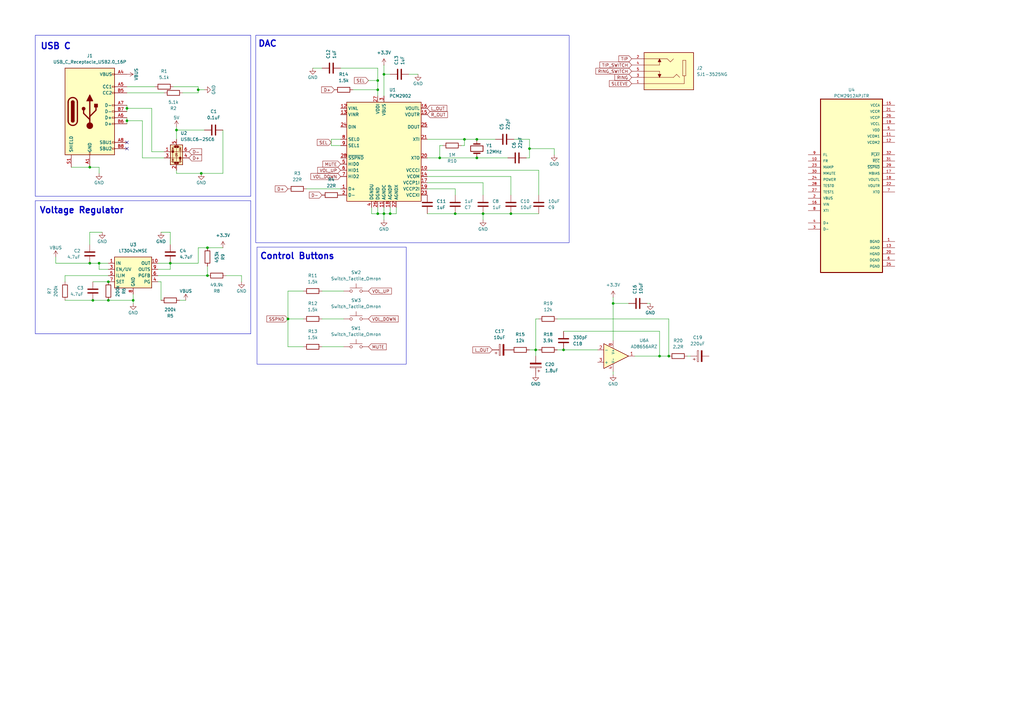
<source format=kicad_sch>
(kicad_sch (version 20250114) (generator "eeschema") (generator_version "9.0")
  (paper "A3")
  (title_block (title "LucidDAC"))
  (lib_symbols
    (symbol "Audio:PCM2902"
      (property "Reference" "U" (at -14.732 21.59 0))
      (property "Value" "PCM2902" (at 10.922 21.59 0))
      (symbol "PCM2902_0_1"
        (rectangle (start -15.24 20.32) (end 15.24 -20.32) (stroke (width 0.254)) (fill (type background)))
      )
      (symbol "PCM2902_1_1"
        (pin input line (at -17.78 17.78 0) (length 2.54) (name "VINL") (number "12"))
        (pin input line (at -17.78 15.24 0) (length 2.54) (name "VINR") (number "13"))
        (pin input line (at -17.78 10.16 0) (length 2.54) (name "DIN") (number "24"))
        (pin input line (at -17.78 5.08 0) (length 2.54) (name "SEL0") (number "8"))
        (pin input line (at -17.78 2.54 0) (length 2.54) (name "SEL1") (number "9"))
        (pin output line (at -17.78 -2.54 0) (length 2.54) (name "~{SSPND}") (number "28"))
        (pin input line (at -17.78 -5.08 0) (length 2.54) (name "HID0") (number "5"))
        (pin input line (at -17.78 -7.62 0) (length 2.54) (name "HID1") (number "6"))
        (pin input line (at -17.78 -10.16 0) (length 2.54) (name "HID2") (number "7"))
        (pin bidirectional line (at -17.78 -15.24 0) (length 2.54) (name "D+") (number "1"))
        (pin bidirectional line (at -17.78 -17.78 0) (length 2.54) (name "D-") (number "2"))
        (pin power_in line (at -5.08 -22.86 90) (length 2.54) (name "DGNDU") (number "4"))
        (pin power_out line (at -2.54 22.86 270) (length 2.54) (name "VDDI") (number "27"))
        (pin power_in line (at -2.54 -22.86 90) (length 2.54) (name "DGND") (number "26"))
        (pin power_in line (at 0 22.86 270) (length 2.54) (name "VBUS") (number "3"))
        (pin power_in line (at 0 -22.86 90) (length 2.54) (name "AGNDC") (number "11"))
        (pin power_in line (at 2.54 -22.86 90) (length 2.54) (name "AGNDP") (number "18"))
        (pin power_in line (at 5.08 -22.86 90) (length 2.54) (name "AGNDX") (number "22"))
        (pin output line (at 17.78 17.78 180) (length 2.54) (name "VOUTL") (number "16"))
        (pin output line (at 17.78 15.24 180) (length 2.54) (name "VOUTR") (number "15"))
        (pin output line (at 17.78 10.16 180) (length 2.54) (name "DOUT") (number "25"))
        (pin input line (at 17.78 5.08 180) (length 2.54) (name "XTI") (number "21"))
        (pin output line (at 17.78 -2.54 180) (length 2.54) (name "XTO") (number "20"))
        (pin passive line (at 17.78 -7.62 180) (length 2.54) (name "VCCCI") (number "10"))
        (pin passive line (at 17.78 -10.16 180) (length 2.54) (name "VCOM") (number "14"))
        (pin passive line (at 17.78 -12.7 180) (length 2.54) (name "VCCP1I") (number "17"))
        (pin passive line (at 17.78 -15.24 180) (length 2.54) (name "VCCP2I") (number "19"))
        (pin passive line (at 17.78 -17.78 180) (length 2.54) (name "VCCXI") (number "23"))
      )
    )
    (symbol "Connector:USB_C_Receptacle_USB2.0_16P" (pin_names (offset 1.016))
      (property "Reference" "J" (at 0 22.225 0))
      (property "Value" "USB_C_Receptacle_USB2.0_16P" (at 0 19.685 0))
      (symbol "USB_C_Receptacle_USB2.0_16P_0_0"
        (rectangle (start -0.254 -17.78) (end 0.254 -16.764))
        (rectangle (start 10.16 15.494) (end 9.144 14.986))
        (rectangle (start 10.16 10.414) (end 9.144 9.906))
        (rectangle (start 10.16 7.874) (end 9.144 7.366))
        (rectangle (start 10.16 2.794) (end 9.144 2.286))
        (rectangle (start 10.16 0.254) (end 9.144 -0.254))
        (rectangle (start 10.16 -2.286) (end 9.144 -2.794))
        (rectangle (start 10.16 -4.826) (end 9.144 -5.334))
        (rectangle (start 10.16 -12.446) (end 9.144 -12.954))
        (rectangle (start 10.16 -14.986) (end 9.144 -15.494))
      )
      (symbol "USB_C_Receptacle_USB2.0_16P_0_1"
        (rectangle (start -10.16 17.78) (end 10.16 -17.78) (stroke (width 0.254)) (fill (type background)))
        (polyline (pts (xy -8.89 -3.81) (xy -8.89 3.81)) (stroke (width 0.508)))
        (rectangle (start -7.62 -3.81) (end -6.35 3.81) (stroke (width 0.254)) (fill (type outline)))
        (arc (start -7.62 3.81) (mid -6.985 4.4423) (end -6.35 3.81) (stroke (width 0.254)))
        (arc (start -7.62 3.81) (mid -6.985 4.4423) (end -6.35 3.81) (stroke (width 0.254)) (fill (type outline)))
        (arc (start -8.89 3.81) (mid -6.985 5.7067) (end -5.08 3.81) (stroke (width 0.508)))
        (arc (start -5.08 -3.81) (mid -6.985 -5.7067) (end -8.89 -3.81) (stroke (width 0.508)))
        (arc (start -6.35 -3.81) (mid -6.985 -4.4423) (end -7.62 -3.81) (stroke (width 0.254)))
        (arc (start -6.35 -3.81) (mid -6.985 -4.4423) (end -7.62 -3.81) (stroke (width 0.254)) (fill (type outline)))
        (polyline (pts (xy -5.08 3.81) (xy -5.08 -3.81)) (stroke (width 0.508)))
        (circle (center -2.54 1.143) (radius 0.635) (stroke (width 0.254)) (fill (type outline)))
        (polyline (pts (xy -1.27 4.318) (xy 0 6.858) (xy 1.27 4.318) (xy -1.27 4.318)) (stroke (width 0.254)) (fill (type outline)))
        (polyline (pts (xy 0 -2.032) (xy 2.54 0.508) (xy 2.54 1.778)) (stroke (width 0.508)))
        (polyline (pts (xy 0 -3.302) (xy -2.54 -0.762) (xy -2.54 0.508)) (stroke (width 0.508)))
        (polyline (pts (xy 0 -5.842) (xy 0 4.318)) (stroke (width 0.508)))
        (circle (center 0 -5.842) (radius 1.27) (fill (type outline)))
        (rectangle (start 1.905 1.778) (end 3.175 3.048) (stroke (width 0.254)) (fill (type outline)))
      )
      (symbol "USB_C_Receptacle_USB2.0_16P_1_1"
        (pin passive line (at -7.62 -22.86 90) (length 5.08) (name "SHIELD") (number "S1"))
        (pin passive line (at 0 -22.86 90) (length 5.08) (name "GND") (number "A1"))
        (pin passive line (at 0 -22.86 90) (length 5.08) (hide yes) (name "GND") (number "A12"))
        (pin passive line (at 0 -22.86 90) (length 5.08) (hide yes) (name "GND") (number "B1"))
        (pin passive line (at 0 -22.86 90) (length 5.08) (hide yes) (name "GND") (number "B12"))
        (pin passive line (at 15.24 15.24 180) (length 5.08) (name "VBUS") (number "A4"))
        (pin passive line (at 15.24 15.24 180) (length 5.08) (hide yes) (name "VBUS") (number "A9"))
        (pin passive line (at 15.24 15.24 180) (length 5.08) (hide yes) (name "VBUS") (number "B4"))
        (pin passive line (at 15.24 15.24 180) (length 5.08) (hide yes) (name "VBUS") (number "B9"))
        (pin bidirectional line (at 15.24 10.16 180) (length 5.08) (name "CC1") (number "A5"))
        (pin bidirectional line (at 15.24 7.62 180) (length 5.08) (name "CC2") (number "B5"))
        (pin bidirectional line (at 15.24 2.54 180) (length 5.08) (name "D-") (number "A7"))
        (pin bidirectional line (at 15.24 0 180) (length 5.08) (name "D-") (number "B7"))
        (pin bidirectional line (at 15.24 -2.54 180) (length 5.08) (name "D+") (number "A6"))
        (pin bidirectional line (at 15.24 -5.08 180) (length 5.08) (name "D+") (number "B6"))
        (pin bidirectional line (at 15.24 -12.7 180) (length 5.08) (name "SBU1") (number "A8"))
        (pin bidirectional line (at 15.24 -15.24 180) (length 5.08) (name "SBU2") (number "B8"))
      )
    )
    (symbol "Device:C" (pin_numbers (hide yes)) (pin_names (offset 0.254))
      (property "Reference" "C" (at 0.635 2.54 0))
      (property "Value" "C" (at 0.635 -2.54 0))
      (symbol "C_0_1"
        (polyline (pts (xy -2.032 0.762) (xy 2.032 0.762)) (stroke (width 0.508)))
        (polyline (pts (xy -2.032 -0.762) (xy 2.032 -0.762)) (stroke (width 0.508)))
      )
      (symbol "C_1_1"
        (pin passive line (at 0 3.81 270) (length 2.794) (name "~") (number "1"))
        (pin passive line (at 0 -3.81 90) (length 2.794) (name "~") (number "2"))
      )
    )
    (symbol "Device:C_Polarized" (pin_numbers (hide yes)) (pin_names (offset 0.254))
      (property "Reference" "C" (at 0.635 2.54 0))
      (property "Value" "C_Polarized" (at 0.635 -2.54 0))
      (symbol "C_Polarized_0_1"
        (rectangle (start -2.286 0.508) (end 2.286 1.016))
        (polyline (pts (xy -1.778 2.286) (xy -0.762 2.286)))
        (polyline (pts (xy -1.27 2.794) (xy -1.27 1.778)))
        (rectangle (start 2.286 -0.508) (end -2.286 -1.016) (fill (type outline)))
      )
      (symbol "C_Polarized_1_1"
        (pin passive line (at 0 3.81 270) (length 2.794) (name "~") (number "1"))
        (pin passive line (at 0 -3.81 90) (length 2.794) (name "~") (number "2"))
      )
    )
    (symbol "Device:Crystal" (pin_numbers (hide yes)) (pin_names (offset 1.016) (hide yes))
      (property "Reference" "Y" (at 0 3.81 0))
      (property "Value" "Crystal" (at 0 -3.81 0))
      (symbol "Crystal_0_1"
        (polyline (pts (xy -2.54 0) (xy -1.905 0)))
        (polyline (pts (xy -1.905 -1.27) (xy -1.905 1.27)) (stroke (width 0.508)))
        (rectangle (start -1.143 2.54) (end 1.143 -2.54) (stroke (width 0.3048)))
        (polyline (pts (xy 1.905 -1.27) (xy 1.905 1.27)) (stroke (width 0.508)))
        (polyline (pts (xy 2.54 0) (xy 1.905 0)))
      )
      (symbol "Crystal_1_1"
        (pin passive line (at -3.81 0 0) (length 1.27) (name "1") (number "1"))
        (pin passive line (at 3.81 0 180) (length 1.27) (name "2") (number "2"))
      )
    )
    (symbol "Device:R" (pin_numbers (hide yes)) (pin_names (offset 0))
      (property "Reference" "R" (at 2.032 0 90))
      (property "Value" "R" (at 0 0 90))
      (symbol "R_0_1"
        (rectangle (start -1.016 -2.54) (end 1.016 2.54) (stroke (width 0.254)))
      )
      (symbol "R_1_1"
        (pin passive line (at 0 3.81 270) (length 1.27) (name "~") (number "1"))
        (pin passive line (at 0 -3.81 90) (length 1.27) (name "~") (number "2"))
      )
    )
    (symbol "PCM2912APJTR:PCM2912APJTR" (pin_names (offset 1.016))
      (property "Reference" "U" (at -12.7 36.56 0))
      (property "Value" "PCM2912APJTR" (at -12.7 -39.56 0))
      (symbol "PCM2912APJTR_0_0"
        (rectangle (start -12.7 -35.56) (end 12.7 35.56) (stroke (width 0.41)) (fill (type background)))
        (pin input line (at -17.78 12.7 0) (length 5.08) (name "FL") (number "9"))
        (pin input line (at -17.78 10.16 0) (length 5.08) (name "FR") (number "10"))
        (pin input line (at -17.78 7.62 0) (length 5.08) (name "MAMP") (number "23"))
        (pin input line (at -17.78 5.08 0) (length 5.08) (name "MMUTE") (number "30"))
        (pin input line (at -17.78 2.54 0) (length 5.08) (name "POWER") (number "24"))
        (pin input line (at -17.78 0 0) (length 5.08) (name "TEST0") (number "28"))
        (pin input line (at -17.78 -2.54 0) (length 5.08) (name "TEST1") (number "27"))
        (pin input line (at -17.78 -5.08 0) (length 5.08) (name "VBUS") (number "2"))
        (pin input line (at -17.78 -7.62 0) (length 5.08) (name "VIN") (number "16"))
        (pin input line (at -17.78 -10.16 0) (length 5.08) (name "XTI") (number "8"))
        (pin bidirectional line (at -17.78 -15.24 0) (length 5.08) (name "D+") (number "4"))
        (pin bidirectional line (at -17.78 -17.78 0) (length 5.08) (name "D-") (number "3"))
        (pin power_in line (at 17.78 33.02 180) (length 5.08) (name "VCCA") (number "15"))
        (pin power_in line (at 17.78 30.48 180) (length 5.08) (name "VCCR") (number "21"))
        (pin power_in line (at 17.78 27.94 180) (length 5.08) (name "VCCP") (number "26"))
        (pin power_in line (at 17.78 25.4 180) (length 5.08) (name "VCCL") (number "19"))
        (pin power_in line (at 17.78 22.86 180) (length 5.08) (name "VDD") (number "5"))
        (pin power_in line (at 17.78 20.32 180) (length 5.08) (name "VCOM1") (number "11"))
        (pin power_in line (at 17.78 17.78 180) (length 5.08) (name "VCOM2") (number "12"))
        (pin output line (at 17.78 12.7 180) (length 5.08) (name "~{PLAY}") (number "32"))
        (pin output line (at 17.78 10.16 180) (length 5.08) (name "~{REC}") (number "31"))
        (pin output line (at 17.78 7.62 180) (length 5.08) (name "~{SSPND}") (number "29"))
        (pin output line (at 17.78 5.08 180) (length 5.08) (name "MBIAS") (number "17"))
        (pin output line (at 17.78 2.54 180) (length 5.08) (name "VOUTL") (number "18"))
        (pin output line (at 17.78 0 180) (length 5.08) (name "VOUTR") (number "22"))
        (pin output line (at 17.78 -2.54 180) (length 5.08) (name "XTO") (number "7"))
        (pin power_in line (at 17.78 -22.86 180) (length 5.08) (name "BGND") (number "1"))
        (pin power_in line (at 17.78 -25.4 180) (length 5.08) (name "AGND") (number "13"))
        (pin power_in line (at 17.78 -27.94 180) (length 5.08) (name "HGND") (number "20"))
        (pin power_in line (at 17.78 -30.48 180) (length 5.08) (name "DGND") (number "6"))
        (pin power_in line (at 17.78 -33.02 180) (length 5.08) (name "PGND") (number "25"))
      )
    )
    (symbol "PCM_Amplifier_Operational_AKL:AD8656ARZ" (pin_names (offset 0.2))
      (property "Reference" "U" (at 1.27 7.62 0))
      (property "Value" "AD8656ARZ" (at 1.27 5.08 0))
      (symbol "AD8656ARZ_0_1"
        (polyline (pts (xy -3.81 5.08) (xy -3.81 -5.08) (xy 6.35 0) (xy -3.81 5.08)) (stroke (width 0.254)) (fill (type background)))
      )
      (symbol "AD8656ARZ_1_1"
        (pin input line (at -6.35 2.54 0) (length 2.54) (name "-") (number "2"))
        (pin input line (at -6.35 -2.54 0) (length 2.54) (name "+") (number "3"))
        (pin power_in line (at 0 6.35 270) (length 3.18) (name "V+") (number "8"))
        (pin power_in line (at 0 -6.35 90) (length 3.18) (name "V-") (number "4"))
        (pin output line (at 8.89 0 180) (length 2.54) (name "~") (number "1"))
      )
      (symbol "AD8656ARZ_2_1"
        (pin input line (at -6.35 2.54 0) (length 2.54) (name "-") (number "6"))
        (pin input line (at -6.35 -2.54 0) (length 2.54) (name "+") (number "5"))
        (pin output line (at 8.89 0 180) (length 2.54) (name "~") (number "7"))
      )
    )
    (symbol "PCM_SparkFun-PowerSymbol:5V" (power) (pin_names (offset 0))
      (property "Value" "5V" (at 0 3.81 0))
      (symbol "5V_0_1"
        (polyline (pts (xy -0.762 1.27) (xy 0 2.54)))
        (polyline (pts (xy 0 2.54) (xy 0.762 1.27)))
        (polyline (pts (xy 0 0) (xy 0 2.54)))
      )
      (symbol "5V_1_1"
        (pin power_in line (at 0 0 90) (length 0) (hide yes) (name "5V") (number "1"))
      )
    )
    (symbol "PCM_SparkFun-PowerSymbol:GND" (power) (pin_names (offset 0))
      (property "Value" "GND" (at 0 -3.81 0))
      (symbol "GND_0_1"
        (polyline (pts (xy 0 0) (xy 0 -1.27) (xy 1.27 -1.27) (xy 0 -2.54) (xy -1.27 -1.27) (xy 0 -1.27)))
      )
      (symbol "GND_1_1"
        (pin power_in line (at 0 0 270) (length 0) (hide yes) (name "GND") (number "1"))
      )
    )
    (symbol "PCM_SparkFun-PowerSymbol:VBUS" (power) (pin_names (offset 0))
      (property "Value" "VBUS" (at 0 3.81 0))
      (symbol "VBUS_0_1"
        (polyline (pts (xy -0.762 1.27) (xy 0 2.54)))
        (polyline (pts (xy 0 2.54) (xy 0.762 1.27)))
        (polyline (pts (xy 0 0) (xy 0 2.54)))
      )
      (symbol "VBUS_1_1"
        (pin power_in line (at 0 0 90) (length 0) (hide yes) (name "VBUS") (number "1"))
      )
    )
    (symbol "PCM_fab:Switch_Tactile_Omron" (pin_numbers (hide yes)) (pin_names (offset 1.016) (hide yes))
      (property "Reference" "SW" (at 1.27 2.54 0))
      (property "Value" "Switch_Tactile_Omron" (at 0 -1.524 0))
      (symbol "Switch_Tactile_Omron_0_1"
        (circle (center -2.032 0) (radius 0.508))
        (polyline (pts (xy 0 1.27) (xy 0 3.048)))
        (circle (center 2.032 0) (radius 0.508))
        (polyline (pts (xy 2.54 1.27) (xy -2.54 1.27)))
        (pin passive line (at -5.08 0 0) (length 2.54) (name "1") (number "1"))
        (pin passive line (at 5.08 0 180) (length 2.54) (name "2") (number "2"))
      )
    )
    (symbol "Power_Protection:USBLC6-2SC6" (pin_names (hide yes))
      (property "Reference" "U" (at 0.635 5.715 0))
      (property "Value" "USBLC6-2SC6" (at 0.635 3.81 0))
      (symbol "USBLC6-2SC6_0_0"
        (circle (center -1.524 0) (radius 0.0001) (stroke (width 0.508)))
        (circle (center -0.508 2.032) (radius 0.0001) (stroke (width 0.508)))
        (circle (center -0.508 -4.572) (radius 0.0001) (stroke (width 0.508)))
        (circle (center 0.508 2.032) (radius 0.0001) (stroke (width 0.508)))
        (circle (center 0.508 -4.572) (radius 0.0001) (stroke (width 0.508)))
        (circle (center 1.524 -2.54) (radius 0.0001) (stroke (width 0.508)))
      )
      (symbol "USBLC6-2SC6_0_1"
        (polyline (pts (xy -2.54 0) (xy 2.54 0)))
        (polyline (pts (xy -2.54 -2.54) (xy 2.54 -2.54)))
        (polyline (pts (xy -2.032 0.508) (xy -1.016 0.508) (xy -1.524 1.524) (xy -2.032 0.508)))
        (polyline (pts (xy -2.032 -3.048) (xy -1.016 -3.048)))
        (polyline (pts (xy -1.016 1.524) (xy -2.032 1.524)))
        (polyline (pts (xy -1.016 -4.064) (xy -2.032 -4.064) (xy -1.524 -3.048) (xy -1.016 -4.064)))
        (polyline (pts (xy -0.508 -1.143) (xy -0.508 -0.762) (xy 0.508 -0.762)))
        (polyline (pts (xy 0 2.54) (xy -0.508 2.032) (xy 0.508 2.032) (xy 0 1.524) (xy 0 -4.064) (xy -0.508 -4.572) (xy 0.508 -4.572) (xy 0 -5.08)))
        (polyline (pts (xy 0.508 -1.778) (xy -0.508 -1.778) (xy 0 -0.762) (xy 0.508 -1.778)))
        (polyline (pts (xy 1.016 1.524) (xy 2.032 1.524)))
        (polyline (pts (xy 1.016 -3.048) (xy 2.032 -3.048)))
        (polyline (pts (xy 2.032 0.508) (xy 1.016 0.508) (xy 1.524 1.524) (xy 2.032 0.508)))
        (polyline (pts (xy 2.032 -4.064) (xy 1.016 -4.064) (xy 1.524 -3.048) (xy 2.032 -4.064)))
      )
      (symbol "USBLC6-2SC6_1_1"
        (rectangle (start -2.54 2.794) (end 2.54 -5.334) (stroke (width 0.254)) (fill (type background)))
        (polyline (pts (xy -0.508 2.032) (xy -1.524 2.032) (xy -1.524 -4.572) (xy -0.508 -4.572)))
        (polyline (pts (xy 0.508 -4.572) (xy 1.524 -4.572) (xy 1.524 2.032) (xy 0.508 2.032)))
        (pin passive line (at -5.08 0 0) (length 2.54) (name "I/O1") (number "1"))
        (pin passive line (at -5.08 -2.54 0) (length 2.54) (name "I/O2") (number "3"))
        (pin passive line (at 0 5.08 270) (length 2.54) (name "VBUS") (number "5"))
        (pin passive line (at 0 -7.62 90) (length 2.54) (name "GND") (number "2"))
        (pin passive line (at 5.08 0 180) (length 2.54) (name "I/O1") (number "6"))
        (pin passive line (at 5.08 -2.54 180) (length 2.54) (name "I/O2") (number "4"))
      )
    )
    (symbol "Regulator_Linear:LT3042xMSE"
      (property "Reference" "U" (at -6.35 6.35 0))
      (property "Value" "LT3042xMSE" (at 1.27 6.35 0))
      (symbol "LT3042xMSE_0_1"
        (rectangle (start -7.62 5.08) (end 7.62 -7.62) (stroke (width 0.254)) (fill (type background)))
      )
      (symbol "LT3042xMSE_1_1"
        (pin power_in line (at -10.16 2.54 0) (length 2.54) (name "IN") (number "1"))
        (pin passive line (at -10.16 2.54 0) (length 2.54) (hide yes) (name "IN") (number "2"))
        (pin input line (at -10.16 0 0) (length 2.54) (name "EN/UV") (number "3"))
        (pin passive line (at -10.16 -2.54 0) (length 2.54) (name "ILIM") (number "5"))
        (pin passive line (at -10.16 -5.08 0) (length 2.54) (name "SET") (number "7"))
        (pin passive line (at 0 -10.16 90) (length 2.54) (hide yes) (name "GND") (number "11"))
        (pin power_in line (at 0 -10.16 90) (length 2.54) (name "GND") (number "8"))
        (pin power_out line (at 10.16 2.54 180) (length 2.54) (name "OUT") (number "10"))
        (pin input line (at 10.16 0 180) (length 2.54) (name "OUTS") (number "9"))
        (pin input line (at 10.16 -2.54 180) (length 2.54) (name "PGFB") (number "6"))
        (pin open_collector line (at 10.16 -5.08 180) (length 2.54) (name "PG") (number "4"))
      )
    )
    (symbol "SJ1-3525NG:SJ1-3525NG" (pin_names (offset 1.016))
      (property "Reference" "J" (at -10.1785 10.1785 0))
      (property "Value" "SJ1-3525NG" (at -10.1717 -12.7146 0))
      (symbol "SJ1-3525NG_0_0"
        (rectangle (start -10.16 -7.62) (end 10.16 7.62) (stroke (width 0.254)) (fill (type background)))
        (polyline (pts (xy -6.985 1.905) (xy -6.35 1.905)) (stroke (width 0.1524)))
        (polyline (pts (xy -6.985 -4.445) (xy -6.985 1.905)) (stroke (width 0.1524)))
        (polyline (pts (xy -6.35 5.08) (xy -6.35 1.905)) (stroke (width 0.1524)))
        (polyline (pts (xy -6.35 1.905) (xy -5.715 1.905)) (stroke (width 0.1524)))
        (polyline (pts (xy -5.715 1.905) (xy -5.715 -4.445)) (stroke (width 0.1524)))
        (polyline (pts (xy -5.715 -4.445) (xy -6.985 -4.445)) (stroke (width 0.1524)))
        (polyline (pts (xy -3.175 1.27) (xy -4.445 2.54)) (stroke (width 0.1524)))
        (polyline (pts (xy -1.905 2.54) (xy -3.175 1.27)) (stroke (width 0.1524)))
        (polyline (pts (xy -0.635 -3.81) (xy -1.905 -5.08)) (stroke (width 0.1524)))
        (polyline (pts (xy 0.635 -5.08) (xy -0.635 -3.81)) (stroke (width 0.1524)))
        (polyline (pts (xy 3.81 2.54) (xy -1.905 2.54)) (stroke (width 0.1524)))
        (polyline (pts (xy 3.81 2.54) (xy 3.81 0)) (stroke (width 0.1524)))
        (polyline (pts (xy 3.81 2.54) (xy 4.445 1.27) (xy 3.175 1.27) (xy 3.81 2.54)) (stroke (width 0.1524)) (fill (type outline)))
        (polyline (pts (xy 3.81 -2.54) (xy 3.81 -5.08)) (stroke (width 0.1524)))
        (polyline (pts (xy 3.81 -5.08) (xy 0.635 -5.08)) (stroke (width 0.1524)))
        (polyline (pts (xy 3.81 -5.08) (xy 3.175 -3.81) (xy 4.445 -3.81) (xy 3.81 -5.08)) (stroke (width 0.1524)) (fill (type outline)))
        (polyline (pts (xy 10.16 5.08) (xy -6.35 5.08)) (stroke (width 0.1524)))
        (polyline (pts (xy 10.16 2.54) (xy 3.81 2.54)) (stroke (width 0.1524)))
        (polyline (pts (xy 10.16 0) (xy 3.81 0)) (stroke (width 0.1524)))
        (polyline (pts (xy 10.16 -2.54) (xy 3.81 -2.54)) (stroke (width 0.1524)))
        (polyline (pts (xy 10.16 -5.08) (xy 3.81 -5.08)) (stroke (width 0.1524)))
        (pin passive line (at 15.24 5.08 180) (length 5.08) (name "~") (number "1"))
        (pin passive line (at 15.24 2.54 180) (length 5.08) (name "~") (number "3"))
        (pin passive line (at 15.24 0 180) (length 5.08) (name "~") (number "5"))
        (pin passive line (at 15.24 -2.54 180) (length 5.08) (name "~") (number "4"))
        (pin passive line (at 15.24 -5.08 180) (length 5.08) (name "~") (number "2"))
      )
    )
    (symbol "power:+3.3V" (power) (pin_numbers (hide yes)) (pin_names (offset 0) (hide yes))
      (property "Value" "+3.3V" (at 0 3.556 0))
      (symbol "+3.3V_0_1"
        (polyline (pts (xy -0.762 1.27) (xy 0 2.54)))
        (polyline (pts (xy 0 2.54) (xy 0.762 1.27)))
        (polyline (pts (xy 0 0) (xy 0 2.54)))
      )
      (symbol "+3.3V_1_1"
        (pin power_in line (at 0 0 90) (length 0) (name "~") (number "1"))
      )
    )
  )
  (rectangle (start 14.478 82.296) (end 102.87 136.906))
  (rectangle (start 104.902 14.478) (end 233.426 99.568))
  (rectangle (start 105.41 101.346) (end 166.624 149.352))
  (rectangle (start 14.478 14.478) (end 102.87 80.518))
  (text "Control Buttons" (at 121.92 105.156 0) (effects (font (size 2.54 2.54) (thickness 0.508) (bold yes))))
  (text "DAC" (at 109.728 18.034 0) (effects (font (size 2.54 2.54) (thickness 0.508) (bold yes))))
  (text "USB C" (at 22.86 19.05 0) (effects (font (size 2.54 2.54) (thickness 0.508) (bold yes))))
  (text "Voltage Regulator" (at 33.528 86.36 0) (effects (font (size 2.54 2.54) (thickness 0.508) (bold yes))))
  (junction (at 195.58 57.15))
  (junction (at 231.14 143.51))
  (junction (at 274.32 146.05))
  (junction (at 52.07 44.45))
  (junction (at 198.12 87.63))
  (junction (at 69.85 107.95))
  (junction (at 160.02 87.63))
  (junction (at 38.1 123.19))
  (junction (at 36.83 107.95))
  (junction (at 217.17 60.96))
  (junction (at 44.45 123.19))
  (junction (at 81.28 36.83))
  (junction (at 54.61 123.19))
  (junction (at 36.83 68.58))
  (junction (at 85.09 101.6))
  (junction (at 40.64 107.95))
  (junction (at 195.58 64.77))
  (junction (at 85.09 113.03))
  (junction (at 251.46 124.46))
  (junction (at 219.71 143.51))
  (junction (at 157.48 30.48))
  (junction (at 180.34 64.77))
  (junction (at 186.69 87.63))
  (junction (at 118.11 130.81))
  (junction (at 154.94 87.63))
  (junction (at 190.5 57.15))
  (junction (at 270.51 146.05))
  (junction (at 209.55 87.63))
  (junction (at 44.45 115.57))
  (junction (at 72.39 53.34))
  (junction (at 157.48 87.63))
  (junction (at 82.55 71.12))
  (junction (at 154.94 36.83))
  (junction (at 52.07 49.53))
  (junction (at 154.94 33.02))
  (no_connect (at 52.07 60.96))
  (no_connect (at 52.07 58.42))
  (wire (pts (xy 44.45 123.19) (xy 54.61 123.19)))
  (wire (pts (xy 81.28 36.83) (xy 81.28 35.56)))
  (wire (pts (xy 64.77 110.49) (xy 69.85 110.49)))
  (wire (pts (xy 139.7 59.69) (xy 135.89 59.69)))
  (wire (pts (xy 162.56 85.09) (xy 162.56 87.63)))
  (wire (pts (xy 220.98 80.01) (xy 220.98 69.85)))
  (wire (pts (xy 36.83 68.58) (xy 40.64 68.58)))
  (wire (pts (xy 198.12 74.93) (xy 175.26 74.93)))
  (wire (pts (xy 99.06 115.57) (xy 99.06 113.03)))
  (wire (pts (xy 209.55 87.63) (xy 220.98 87.63)))
  (wire (pts (xy 72.39 71.12) (xy 72.39 69.85)))
  (wire (pts (xy 152.4 85.09) (xy 152.4 87.63)))
  (wire (pts (xy 72.39 52.07) (xy 72.39 53.34)))
  (wire (pts (xy 135.89 59.69) (xy 135.89 57.15)))
  (wire (pts (xy 118.11 130.81) (xy 118.11 119.38)))
  (wire (pts (xy 180.34 64.77) (xy 180.34 59.69)))
  (wire (pts (xy 260.35 146.05) (xy 270.51 146.05)))
  (wire (pts (xy 72.39 53.34) (xy 83.82 53.34)))
  (wire (pts (xy 180.34 59.69) (xy 181.61 59.69)))
  (wire (pts (xy 40.64 68.58) (xy 40.64 71.12)))
  (wire (pts (xy 38.1 123.19) (xy 44.45 123.19)))
  (wire (pts (xy 40.64 107.95) (xy 44.45 107.95)))
  (wire (pts (xy 132.08 142.24) (xy 140.97 142.24)))
  (wire (pts (xy 227.33 60.96) (xy 217.17 60.96)))
  (wire (pts (xy 151.13 33.02) (xy 154.94 33.02)))
  (wire (pts (xy 69.85 95.25) (xy 66.04 95.25)))
  (wire (pts (xy 157.48 90.17) (xy 157.48 87.63)))
  (wire (pts (xy 215.9 64.77) (xy 217.17 64.77)))
  (wire (pts (xy 154.94 33.02) (xy 154.94 36.83)))
  (wire (pts (xy 64.77 107.95) (xy 69.85 107.95)))
  (wire (pts (xy 52.07 48.26) (xy 52.07 49.53)))
  (wire (pts (xy 162.56 87.63) (xy 160.02 87.63)))
  (wire (pts (xy 99.06 113.03) (xy 92.71 113.03)))
  (wire (pts (xy 64.77 113.03) (xy 85.09 113.03)))
  (wire (pts (xy 251.46 124.46) (xy 257.81 124.46)))
  (wire (pts (xy 118.11 142.24) (xy 124.46 142.24)))
  (wire (pts (xy 217.17 64.77) (xy 217.17 60.96)))
  (wire (pts (xy 52.07 43.18) (xy 52.07 44.45)))
  (wire (pts (xy 132.08 119.38) (xy 140.97 119.38)))
  (wire (pts (xy 139.7 27.94) (xy 154.94 27.94)))
  (wire (pts (xy 231.14 143.51) (xy 245.11 143.51)))
  (wire (pts (xy 157.48 85.09) (xy 157.48 87.63)))
  (wire (pts (xy 160.02 85.09) (xy 160.02 87.63)))
  (wire (pts (xy 62.23 62.23) (xy 67.31 62.23)))
  (wire (pts (xy 198.12 90.17) (xy 198.12 87.63)))
  (wire (pts (xy 83.82 36.83) (xy 81.28 36.83)))
  (wire (pts (xy 44.45 115.57) (xy 38.1 115.57)))
  (wire (pts (xy 132.08 130.81) (xy 140.97 130.81)))
  (wire (pts (xy 81.28 101.6) (xy 81.28 107.95)))
  (wire (pts (xy 44.45 110.49) (xy 40.64 110.49)))
  (wire (pts (xy 157.48 30.48) (xy 157.48 39.37)))
  (wire (pts (xy 274.32 130.81) (xy 274.32 146.05)))
  (wire (pts (xy 186.69 80.01) (xy 186.69 77.47)))
  (wire (pts (xy 251.46 153.67) (xy 251.46 152.4)))
  (wire (pts (xy 251.46 139.7) (xy 251.46 124.46)))
  (wire (pts (xy 118.11 130.81) (xy 124.46 130.81)))
  (wire (pts (xy 219.71 130.81) (xy 219.71 143.51)))
  (wire (pts (xy 26.67 115.57) (xy 26.67 113.03)))
  (wire (pts (xy 81.28 101.6) (xy 85.09 101.6)))
  (wire (pts (xy 66.04 115.57) (xy 64.77 115.57)))
  (wire (pts (xy 190.5 59.69) (xy 189.23 59.69)))
  (wire (pts (xy 175.26 87.63) (xy 186.69 87.63)))
  (wire (pts (xy 152.4 87.63) (xy 154.94 87.63)))
  (wire (pts (xy 66.04 115.57) (xy 66.04 123.19)))
  (wire (pts (xy 154.94 27.94) (xy 154.94 33.02)))
  (wire (pts (xy 125.73 77.47) (xy 139.7 77.47)))
  (wire (pts (xy 217.17 57.15) (xy 210.82 57.15)))
  (wire (pts (xy 157.48 26.67) (xy 157.48 30.48)))
  (wire (pts (xy 219.71 130.81) (xy 220.98 130.81)))
  (wire (pts (xy 62.23 44.45) (xy 52.07 44.45)))
  (wire (pts (xy 227.33 60.96) (xy 227.33 63.5)))
  (wire (pts (xy 29.21 68.58) (xy 36.83 68.58)))
  (wire (pts (xy 36.83 95.25) (xy 41.91 95.25)))
  (wire (pts (xy 71.12 35.56) (xy 81.28 35.56)))
  (wire (pts (xy 283.21 146.05) (xy 281.94 146.05)))
  (wire (pts (xy 186.69 87.63) (xy 198.12 87.63)))
  (wire (pts (xy 132.08 27.94) (xy 128.27 27.94)))
  (wire (pts (xy 72.39 53.34) (xy 72.39 57.15)))
  (wire (pts (xy 91.44 101.6) (xy 85.09 101.6)))
  (wire (pts (xy 85.09 109.22) (xy 85.09 113.03)))
  (wire (pts (xy 62.23 44.45) (xy 62.23 62.23)))
  (wire (pts (xy 58.42 64.77) (xy 67.31 64.77)))
  (wire (pts (xy 63.5 35.56) (xy 52.07 35.56)))
  (wire (pts (xy 175.26 57.15) (xy 190.5 57.15)))
  (wire (pts (xy 270.51 135.89) (xy 270.51 146.05)))
  (wire (pts (xy 180.34 64.77) (xy 195.58 64.77)))
  (wire (pts (xy 231.14 135.89) (xy 270.51 135.89)))
  (wire (pts (xy 266.7 124.46) (xy 265.43 124.46)))
  (wire (pts (xy 219.71 143.51) (xy 220.98 143.51)))
  (wire (pts (xy 195.58 64.77) (xy 208.28 64.77)))
  (wire (pts (xy 40.64 110.49) (xy 40.64 107.95)))
  (wire (pts (xy 54.61 123.19) (xy 54.61 120.65)))
  (wire (pts (xy 81.28 38.1) (xy 81.28 36.83)))
  (wire (pts (xy 217.17 143.51) (xy 219.71 143.51)))
  (wire (pts (xy 91.44 71.12) (xy 82.55 71.12)))
  (wire (pts (xy 167.64 30.48) (xy 171.45 30.48)))
  (wire (pts (xy 209.55 80.01) (xy 209.55 72.39)))
  (wire (pts (xy 118.11 130.81) (xy 118.11 142.24)))
  (wire (pts (xy 26.67 113.03) (xy 44.45 113.03)))
  (wire (pts (xy 69.85 100.33) (xy 69.85 95.25)))
  (wire (pts (xy 52.07 49.53) (xy 58.42 49.53)))
  (wire (pts (xy 217.17 60.96) (xy 217.17 57.15)))
  (wire (pts (xy 81.28 107.95) (xy 69.85 107.95)))
  (wire (pts (xy 195.58 57.15) (xy 203.2 57.15)))
  (wire (pts (xy 228.6 143.51) (xy 231.14 143.51)))
  (wire (pts (xy 22.86 107.95) (xy 36.83 107.95)))
  (wire (pts (xy 118.11 119.38) (xy 124.46 119.38)))
  (wire (pts (xy 154.94 85.09) (xy 154.94 87.63)))
  (wire (pts (xy 198.12 87.63) (xy 209.55 87.63)))
  (wire (pts (xy 160.02 30.48) (xy 157.48 30.48)))
  (wire (pts (xy 135.89 57.15) (xy 139.7 57.15)))
  (wire (pts (xy 175.26 64.77) (xy 180.34 64.77)))
  (wire (pts (xy 219.71 146.05) (xy 219.71 143.51)))
  (wire (pts (xy 154.94 87.63) (xy 157.48 87.63)))
  (wire (pts (xy 36.83 100.33) (xy 36.83 95.25)))
  (wire (pts (xy 26.67 123.19) (xy 38.1 123.19)))
  (wire (pts (xy 54.61 124.46) (xy 54.61 123.19)))
  (wire (pts (xy 69.85 107.95) (xy 69.85 110.49)))
  (wire (pts (xy 82.55 71.12) (xy 72.39 71.12)))
  (wire (pts (xy 58.42 49.53) (xy 58.42 64.77)))
  (wire (pts (xy 67.31 38.1) (xy 52.07 38.1)))
  (wire (pts (xy 270.51 146.05) (xy 274.32 146.05)))
  (wire (pts (xy 251.46 121.92) (xy 251.46 124.46)))
  (wire (pts (xy 36.83 107.95) (xy 40.64 107.95)))
  (wire (pts (xy 198.12 80.01) (xy 198.12 74.93)))
  (wire (pts (xy 74.93 38.1) (xy 81.28 38.1)))
  (wire (pts (xy 91.44 53.34) (xy 91.44 71.12)))
  (wire (pts (xy 209.55 72.39) (xy 175.26 72.39)))
  (wire (pts (xy 157.48 87.63) (xy 160.02 87.63)))
  (wire (pts (xy 190.5 57.15) (xy 195.58 57.15)))
  (wire (pts (xy 52.07 49.53) (xy 52.07 50.8)))
  (wire (pts (xy 154.94 36.83) (xy 154.94 39.37)))
  (wire (pts (xy 144.78 36.83) (xy 154.94 36.83)))
  (wire (pts (xy 228.6 130.81) (xy 274.32 130.81)))
  (wire (pts (xy 52.07 44.45) (xy 52.07 45.72)))
  (wire (pts (xy 190.5 57.15) (xy 190.5 59.69)))
  (wire (pts (xy 220.98 69.85) (xy 175.26 69.85)))
  (wire (pts (xy 186.69 77.47) (xy 175.26 77.47)))
  (wire (pts (xy 22.86 105.41) (xy 22.86 107.95)))
  (wire (pts (xy 76.2 123.19) (xy 73.66 123.19)))
  (global_label "TIP" (shape input) (at 259.08 24.13 180) (property "Intersheetrefs" "${INTERSHEET_REFS}" (effects (hide yes))))
  (global_label "SSPND" (shape input) (at 118.11 130.81 180) (property "Intersheetrefs" "${INTERSHEET_REFS}" (effects (hide yes))))
  (global_label "SLEEVE" (shape input) (at 259.08 34.29 180) (property "Intersheetrefs" "${INTERSHEET_REFS}" (effects (hide yes))))
  (global_label "SEL" (shape input) (at 135.89 58.42 180) (property "Intersheetrefs" "${INTERSHEET_REFS}" (effects (hide yes))))
  (global_label "VOL_UP" (shape input) (at 151.13 119.38 0) (property "Intersheetrefs" "${INTERSHEET_REFS}" (effects (hide yes))))
  (global_label "D-" (shape input) (at 132.08 80.01 180) (property "Intersheetrefs" "${INTERSHEET_REFS}" (effects (hide yes))))
  (global_label "RING" (shape input) (at 259.08 31.75 180) (property "Intersheetrefs" "${INTERSHEET_REFS}" (effects (hide yes))))
  (global_label "D-" (shape input) (at 77.47 62.23 0) (property "Intersheetrefs" "${INTERSHEET_REFS}" (effects (hide yes))))
  (global_label "MUTE" (shape input) (at 139.7 67.31 180) (property "Intersheetrefs" "${INTERSHEET_REFS}" (effects (hide yes))))
  (global_label "D+" (shape input) (at 77.47 64.77 0) (property "Intersheetrefs" "${INTERSHEET_REFS}" (effects (hide yes))))
  (global_label "L_OUT" (shape input) (at 175.26 44.45 0) (property "Intersheetrefs" "${INTERSHEET_REFS}" (effects (hide yes))))
  (global_label "TIP_SWITCH" (shape input) (at 259.08 26.67 180) (property "Intersheetrefs" "${INTERSHEET_REFS}" (effects (hide yes))))
  (global_label "L_OUT" (shape input) (at 201.93 143.51 180) (property "Intersheetrefs" "${INTERSHEET_REFS}" (effects (hide yes))))
  (global_label "MUTE" (shape input) (at 151.13 142.24 0) (property "Intersheetrefs" "${INTERSHEET_REFS}" (effects (hide yes))))
  (global_label "R_OUT" (shape input) (at 175.26 46.99 0) (property "Intersheetrefs" "${INTERSHEET_REFS}" (effects (hide yes))))
  (global_label "RING_SWITCH" (shape input) (at 259.08 29.21 180) (property "Intersheetrefs" "${INTERSHEET_REFS}" (effects (hide yes))))
  (global_label "D+" (shape input) (at 118.11 77.47 180) (property "Intersheetrefs" "${INTERSHEET_REFS}" (effects (hide yes))))
  (global_label "VOL_DOWN" (shape input) (at 139.7 72.39 180) (property "Intersheetrefs" "${INTERSHEET_REFS}" (effects (hide yes))))
  (global_label "SEL" (shape input) (at 151.13 33.02 180) (property "Intersheetrefs" "${INTERSHEET_REFS}" (effects (hide yes))))
  (global_label "D+" (shape input) (at 137.16 36.83 180) (property "Intersheetrefs" "${INTERSHEET_REFS}" (effects (hide yes))))
  (global_label "VOL_UP" (shape input) (at 139.7 69.85 180) (property "Intersheetrefs" "${INTERSHEET_REFS}" (effects (hide yes))))
  (global_label "VOL_DOWN" (shape input) (at 151.13 130.81 0) (property "Intersheetrefs" "${INTERSHEET_REFS}" (effects (hide yes))))
  (symbol (lib_id "PCM_SparkFun-PowerSymbol:GND") (at 54.61 124.46 0) (unit 1)
    (property "Reference" "#PWR08" (effects (hide yes)))
    (property "Value" "GND" (at 54.61 128.27 0))
    (property "Description" "Power symbol creates a global label with name \"GND\" , ground" (effects (hide yes)))
  )
  (symbol (lib_id "Device:R") (at 67.31 35.56 270) (unit 1)
    (property "Reference" "R1" (at 67.31 29.21 90))
    (property "Value" "5.1k" (at 67.31 31.75 90))
    (property "Description" "Resistor" (effects (hide yes)))
  )
  (symbol (lib_id "PCM_SparkFun-PowerSymbol:GND") (at 82.55 71.12 0) (unit 1)
    (property "Reference" "#PWR05" (effects (hide yes)))
    (property "Value" "GND" (at 82.55 74.93 0))
    (property "Description" "Power symbol creates a global label with name \"GND\" , ground" (effects (hide yes)))
  )
  (symbol (lib_id "PCM_SparkFun-PowerSymbol:VBUS") (at 22.86 105.41 0) (unit 1)
    (property "Reference" "#PWR07" (effects (hide yes)))
    (property "Value" "VBUS" (at 22.86 101.6 0))
    (property "Description" "Power symbol creates a global label with name \"VBUS\"" (effects (hide yes)))
  )
  (symbol (lib_id "PCM_SparkFun-PowerSymbol:GND") (at 227.33 63.5 0) (unit 1)
    (property "Reference" "#PWR014" (effects (hide yes)))
    (property "Value" "GND" (at 227.33 67.31 0))
    (property "Description" "Power symbol creates a global label with name \"GND\" , ground" (effects (hide yes)))
  )
  (symbol (lib_id "Device:Crystal") (at 195.58 60.96 90) (unit 1)
    (property "Reference" "Y1" (at 199.39 59.6899 90) (effects (justify right)))
    (property "Value" "12MHz" (at 199.39 62.2299 90) (effects (justify right)))
    (property "Footprint" "Crystal:Crystal_SMD_HC49-SD_HandSoldering" (effects (hide yes)))
    (property "Description" "Two pin crystal" (effects (hide yes)))
  )
  (symbol (lib_id "power:+3.3V") (at 251.46 121.92 0) (unit 1)
    (property "Reference" "#PWR020" (effects (hide yes)))
    (property "Value" "+3.3V" (at 251.46 116.84 0))
    (property "Description" "Power symbol creates a global label with name \"+3.3V\"" (effects (hide yes)))
  )
  (symbol (lib_id "PCM_SparkFun-PowerSymbol:GND") (at 66.04 95.25 0) (mirror y) (unit 1)
    (property "Reference" "#PWR011" (effects (hide yes)))
    (property "Value" "GND" (at 66.04 99.06 0))
    (property "Description" "Power symbol creates a global label with name \"GND\" , ground" (effects (hide yes)))
  )
  (symbol (lib_id "Device:C") (at 220.98 83.82 0) (mirror x) (unit 1)
    (property "Reference" "C9" (at 224.79 85.0901 0) (effects (justify left)))
    (property "Value" "10uF" (at 224.79 82.5501 0) (effects (justify left)))
    (property "Description" "Unpolarized capacitor" (effects (hide yes)))
  )
  (symbol (lib_id "PCM_SparkFun-PowerSymbol:5V") (at 72.39 52.07 0) (unit 1)
    (property "Reference" "#PWR04" (effects (hide yes)))
    (property "Value" "5V" (at 72.39 48.26 0))
    (property "Description" "Power symbol creates a global label with name \"5V\"" (effects (hide yes)))
  )
  (symbol (lib_id "Device:R") (at 85.09 105.41 0) (mirror y) (unit 1)
    (property "Reference" "R9" (at 91.44 105.41 90))
    (property "Value" "453k" (at 88.9 105.41 90))
    (property "Description" "Resistor" (effects (hide yes)))
  )
  (symbol (lib_id "PCM_SparkFun-PowerSymbol:VBUS") (at 76.2 123.19 0) (unit 1)
    (property "Reference" "#PWR010" (effects (hide yes)))
    (property "Value" "VBUS" (at 76.2 119.38 0))
    (property "Description" "Power symbol creates a global label with name \"VBUS\"" (effects (hide yes)))
  )
  (symbol (lib_id "PCM_fab:Switch_Tactile_Omron") (at 146.05 130.81 0) (unit 1)
    (property "Reference" "SW3" (at 146.05 123.19 0))
    (property "Value" "Switch_Tactile_Omron" (at 146.05 125.73 0))
    (property "Footprint" "PCM_fab:Button_Omron_B3SN_6.0x6.0mm" (effects (hide yes)))
    (property "Datasheet" "https://omronfs.omron.com/en_US/ecb/products/pdf/en-b3sn.pdf" (effects (hide yes)))
    (property "Description" "Push button switch, Omron, B3SN, Sealed Tactile Switch (SMT), SPST-NO Top Actuated Surface Mount" (effects (hide yes)))
  )
  (symbol (lib_id "Device:R") (at 128.27 130.81 270) (unit 1)
    (property "Reference" "R12" (at 128.27 124.46 90))
    (property "Value" "1.5k" (at 128.27 127 90))
    (property "Description" "Resistor" (effects (hide yes)))
  )
  (symbol (lib_id "Device:C_Polarized") (at 287.02 146.05 90) (unit 1)
    (property "Reference" "C19" (at 286.131 138.43 90))
    (property "Value" "220uF" (at 286.131 140.97 90))
    (property "Description" "Polarized capacitor" (effects (hide yes)))
  )
  (symbol (lib_id "Device:C") (at 87.63 53.34 90) (unit 1)
    (property "Reference" "C1" (at 87.63 45.72 90))
    (property "Value" "0.1uF" (at 87.63 48.26 90))
    (property "Description" "Unpolarized capacitor" (effects (hide yes)))
  )
  (symbol (lib_id "Device:R") (at 135.89 80.01 270) (unit 1)
    (property "Reference" "R4" (at 135.89 73.66 90))
    (property "Value" "22R" (at 135.89 76.2 90))
    (property "Description" "Resistor" (effects (hide yes)))
  )
  (symbol (lib_id "Device:R") (at 26.67 119.38 0) (mirror x) (unit 1)
    (property "Reference" "R7" (at 20.32 119.38 90))
    (property "Value" "200k" (at 22.86 119.38 90))
    (property "Description" "Resistor" (effects (hide yes)))
  )
  (symbol (lib_id "Device:R") (at 88.9 113.03 270) (mirror x) (unit 1)
    (property "Reference" "R8" (at 88.9 119.38 90))
    (property "Value" "49.9k" (at 88.9 116.84 90))
    (property "Description" "Resistor" (effects (hide yes)))
  )
  (symbol (lib_id "Device:C") (at 175.26 83.82 0) (unit 1)
    (property "Reference" "C11" (at 179.07 82.5499 0) (effects (justify left)))
    (property "Value" "1uF" (at 179.07 85.0899 0) (effects (justify left)))
    (property "Description" "Unpolarized capacitor" (effects (hide yes)))
  )
  (symbol (lib_id "power:+3.3V") (at 91.44 101.6 0) (unit 1)
    (property "Reference" "#PWR013" (effects (hide yes)))
    (property "Value" "+3.3V" (at 91.44 96.52 0))
    (property "Description" "Power symbol creates a global label with name \"+3.3V\"" (effects (hide yes)))
  )
  (symbol (lib_id "Device:R") (at 71.12 38.1 270) (mirror x) (unit 1)
    (property "Reference" "R2" (at 71.12 44.45 90))
    (property "Value" "5.1k" (at 71.12 41.91 90))
    (property "Description" "Resistor" (effects (hide yes)))
  )
  (symbol (lib_id "Device:R") (at 128.27 142.24 270) (unit 1)
    (property "Reference" "R13" (at 128.27 135.89 90))
    (property "Value" "1.5k" (at 128.27 138.43 90))
    (property "Description" "Resistor" (effects (hide yes)))
  )
  (symbol (lib_id "PCM_SparkFun-PowerSymbol:GND") (at 251.46 153.67 0) (unit 1)
    (property "Reference" "#PWR023" (effects (hide yes)))
    (property "Value" "GND" (at 251.46 157.48 0))
    (property "Description" "Power symbol creates a global label with name \"GND\" , ground" (effects (hide yes)))
  )
  (symbol (lib_id "PCM2912APJTR:PCM2912APJTR") (at 349.25 76.2 0) (unit 1)
    (property "Reference" "U4" (at 349.25 36.83 0))
    (property "Value" "PCM2912APJTR" (at 349.25 39.37 0))
    (property "Footprint" "PCM2912APJTR:QFP80P900X900X120-32N" (effects (hide yes)))
    (property "MF" "Texas Instruments" (effects (hide yes)))
    (property "Description_1" "Audio CODEC with USB Interface, Mono Microphone Input and Stereo Headphone Output" (effects (hide yes)))
    (property "Package" "TQFP-32 Texas Instruments" (effects (hide yes)))
    (property "Price" "None" (effects (hide yes)))
    (property "SnapEDA_Link" "https://www.snapeda.com/parts/PCM2912APJTR/Texas+Instruments/view-part/?ref=snap" (effects (hide yes)))
    (property "MP" "PCM2912APJTR" (effects (hide yes)))
    (property "Purchase-URL" "https://www.snapeda.com/api/url_track_click_mouser/?unipart_id=574055&manufacturer=Texas Instruments&part_name=PCM2912APJTR&search_term=None" (effects (hide yes)))
    (property "Availability" "In Stock" (effects (hide yes)))
    (property "Check_prices" "https://www.snapeda.com/parts/PCM2912APJTR/Texas+Instruments/view-part/?ref=eda" (effects (hide yes)))
  )
  (symbol (lib_id "Connector:USB_C_Receptacle_USB2.0_16P") (at 36.83 45.72 0) (unit 1)
    (property "Reference" "J1" (at 36.83 22.86 0))
    (property "Value" "USB_C_Receptacle_USB2.0_16P" (at 36.83 25.4 0))
    (property "Footprint" "PCM_marbastlib-various:USB_C_Receptacle_HRO_TYPE-C-31-M-23" (effects (hide yes)))
    (property "Datasheet" "https://www.usb.org/sites/default/files/documents/usb_type-c.zip" (effects (hide yes)))
    (property "Description" "USB 2.0-only 16P Type-C Receptacle connector" (effects (hide yes)))
  )
  (symbol (lib_id "PCM_Amplifier_Operational_AKL:AD8656ARZ") (at 251.46 146.05 0) (unit 1)
    (property "Reference" "U6" (at 264.16 139.6298 0))
    (property "Value" "AD8656ARZ" (at 264.16 142.1698 0))
    (property "Footprint" "PCM_Package_SO_AKL:SO-8_3.9x4.9mm_P1.27mm" (effects (hide yes)))
    (property "Datasheet" "https://www.tme.eu/Document/2d8ca49267ef60efa7ab51e6004ef67b/AD8655_8656.pdf" (effects (hide yes)))
    (property "Description" "SO-8 Dual CMOS Precision Operational Amplifier, 250μV Offset, 2.3μV/°C Drift, 28MHz GBW, Alternate KiCAD Library" (effects (hide yes)))
  )
  (symbol (lib_id "Device:C") (at 36.83 104.14 0) (mirror y) (unit 1)
    (property "Reference" "C2" (at 33.02 102.8699 0) (effects (justify left)))
    (property "Value" "4.7uF" (at 33.02 105.4099 0) (effects (justify left)))
    (property "Description" "Unpolarized capacitor" (effects (hide yes)))
  )
  (symbol (lib_id "Device:C_Polarized") (at 205.74 143.51 90) (unit 1)
    (property "Reference" "C17" (at 204.851 135.89 90))
    (property "Value" "10uF" (at 204.851 138.43 90))
    (property "Description" "Polarized capacitor" (effects (hide yes)))
  )
  (symbol (lib_id "Device:C") (at 186.69 83.82 0) (mirror x) (unit 1)
    (property "Reference" "C7" (at 190.5 85.0901 0) (effects (justify left)))
    (property "Value" "1uF" (at 190.5 82.5501 0) (effects (justify left)))
    (property "Description" "Unpolarized capacitor" (effects (hide yes)))
  )
  (symbol (lib_id "PCM_SparkFun-PowerSymbol:GND") (at 128.27 27.94 0) (unit 1)
    (property "Reference" "#PWR015" (effects (hide yes)))
    (property "Value" "GND" (at 128.27 31.75 0))
    (property "Description" "Power symbol creates a global label with name \"GND\" , ground" (effects (hide yes)))
  )
  (symbol (lib_id "Device:C") (at 135.89 27.94 90) (unit 1)
    (property "Reference" "C12" (at 134.6199 24.13 0) (effects (justify left)))
    (property "Value" "1uF" (at 137.1599 24.13 0) (effects (justify left)))
    (property "Description" "Unpolarized capacitor" (effects (hide yes)))
  )
  (symbol (lib_id "PCM_SparkFun-PowerSymbol:VBUS") (at 52.07 30.48 270) (unit 1)
    (property "Reference" "#PWR06" (effects (hide yes)))
    (property "Value" "VBUS" (at 55.88 30.48 0))
    (property "Description" "Power symbol creates a global label with name \"VBUS\"" (effects (hide yes)))
  )
  (symbol (lib_id "Device:R") (at 121.92 77.47 270) (unit 1)
    (property "Reference" "R3" (at 121.92 71.12 90))
    (property "Value" "22R" (at 121.92 73.66 90))
    (property "Description" "Resistor" (effects (hide yes)))
  )
  (symbol (lib_id "Device:R") (at 185.42 59.69 270) (mirror x) (unit 1)
    (property "Reference" "R10" (at 185.42 66.04 90))
    (property "Value" "1M" (at 185.42 63.5 90))
    (property "Description" "Resistor" (effects (hide yes)))
  )
  (symbol (lib_id "Device:C") (at 163.83 30.48 90) (unit 1)
    (property "Reference" "C13" (at 162.5599 26.67 0) (effects (justify left)))
    (property "Value" "1uF" (at 165.0999 26.67 0) (effects (justify left)))
    (property "Description" "Unpolarized capacitor" (effects (hide yes)))
  )
  (symbol (lib_id "Device:R") (at 224.79 143.51 270) (unit 1)
    (property "Reference" "R18" (at 224.79 137.16 90))
    (property "Value" "3.9k" (at 224.79 139.7 90))
    (property "Description" "Resistor" (effects (hide yes)))
  )
  (symbol (lib_id "Regulator_Linear:LT3042xMSE") (at 54.61 110.49 0) (unit 1)
    (property "Reference" "U3" (at 54.61 100.33 0))
    (property "Value" "LT3042xMSE" (at 54.61 102.87 0))
    (property "Footprint" "Package_SO:MSOP-10-1EP_3x3mm_P0.5mm_EP1.68x1.88mm" (effects (hide yes)))
    (property "Datasheet" "https://www.analog.com/media/en/technical-documentation/data-sheets/3042fb.pdf" (effects (hide yes)))
    (property "Description" "200mA, Adjustable, Ultralow Noise, Ultrahigh PSRR RF Linear Regulator, MSOP-10" (effects (hide yes)))
  )
  (symbol (lib_id "Device:C") (at 69.85 104.14 0) (unit 1)
    (property "Reference" "C4" (at 73.66 102.8699 0) (effects (justify left)))
    (property "Value" "4.7uF" (at 73.66 105.4099 0) (effects (justify left)))
    (property "Description" "Unpolarized capacitor" (effects (hide yes)))
  )
  (symbol (lib_id "power:+3.3V") (at 157.48 26.67 0) (unit 1)
    (property "Reference" "#PWR01" (effects (hide yes)))
    (property "Value" "+3.3V" (at 157.48 21.59 0))
    (property "Description" "Power symbol creates a global label with name \"+3.3V\"" (effects (hide yes)))
  )
  (symbol (lib_id "Device:R") (at 224.79 130.81 270) (unit 1)
    (property "Reference" "R19" (at 224.79 124.46 90))
    (property "Value" "12k" (at 224.79 127 90))
    (property "Description" "Resistor" (effects (hide yes)))
  )
  (symbol (lib_id "Device:C_Polarized") (at 219.71 149.86 180) (unit 1)
    (property "Reference" "C20" (at 223.52 149.4789 0) (effects (justify right)))
    (property "Value" "1.8uF" (at 223.52 152.0189 0) (effects (justify right)))
    (property "Description" "Polarized capacitor" (effects (hide yes)))
  )
  (symbol (lib_id "Device:C") (at 207.01 57.15 90) (unit 1)
    (property "Reference" "C5" (at 205.7399 53.34 0) (effects (justify left)))
    (property "Value" "22 pF" (at 208.2799 53.34 0) (effects (justify left)))
    (property "Description" "Unpolarized capacitor" (effects (hide yes)))
  )
  (symbol (lib_id "PCM_fab:Switch_Tactile_Omron") (at 146.05 119.38 0) (unit 1)
    (property "Reference" "SW2" (at 146.05 111.76 0))
    (property "Value" "Switch_Tactile_Omron" (at 146.05 114.3 0))
    (property "Footprint" "PCM_fab:Button_Omron_B3SN_6.0x6.0mm" (effects (hide yes)))
    (property "Datasheet" "https://omronfs.omron.com/en_US/ecb/products/pdf/en-b3sn.pdf" (effects (hide yes)))
    (property "Description" "Push button switch, Omron, B3SN, Sealed Tactile Switch (SMT), SPST-NO Top Actuated Surface Mount" (effects (hide yes)))
  )
  (symbol (lib_id "Device:R") (at 69.85 123.19 270) (mirror x) (unit 1)
    (property "Reference" "R5" (at 69.85 129.54 90))
    (property "Value" "200k" (at 69.85 127 90))
    (property "Description" "Resistor" (effects (hide yes)))
  )
  (symbol (lib_id "PCM_SparkFun-PowerSymbol:GND") (at 41.91 95.25 0) (unit 1)
    (property "Reference" "#PWR09" (effects (hide yes)))
    (property "Value" "GND" (at 41.91 99.06 0))
    (property "Description" "Power symbol creates a global label with name \"GND\" , ground" (effects (hide yes)))
  )
  (symbol (lib_id "SJ1-3525NG:SJ1-3525NG") (at 274.32 29.21 180) (unit 1)
    (property "Reference" "J2" (at 285.75 27.9399 0) (effects (justify right)))
    (property "Value" "SJ1-3525NG" (at 285.75 30.4799 0) (effects (justify right)))
    (property "Footprint" "SJ1-3525NG:CUI_SJ1-3525NG" (effects (hide yes)))
    (property "MF" "Same Sky" (effects (hide yes)))
    (property "Description_1" "3.5 mm, Stereo, Right Angle, Through Hole, Isolated Ground, 3 Conductors, 2 Internal Switches, Audio Jack Connector" (effects (hide yes)))
    (property "Package" "None" (effects (hide yes)))
    (property "Price" "None" (effects (hide yes)))
    (property "Check_prices" "https://www.snapeda.com/parts/SJ1-3525NG/Same+Sky/view-part/?ref=eda" (effects (hide yes)))
    (property "STANDARD" "Manufacturer recommendation" (effects (hide yes)))
    (property "PARTREV" "1.01" (effects (hide yes)))
    (property "SnapEDA_Link" "https://www.snapeda.com/parts/SJ1-3525NG/Same+Sky/view-part/?ref=snap" (effects (hide yes)))
    (property "MP" "SJ1-3525NG" (effects (hide yes)))
    (property "Purchase-URL" "https://www.snapeda.com/api/url_track_click_mouser/?unipart_id=55442&manufacturer=Same Sky&part_name=SJ1-3525NG&search_term=sj1-3525ng" (effects (hide yes)))
    (property "Availability" "In Stock" (effects (hide yes)))
    (property "MANUFACTURER" "CUI" (effects (hide yes)))
  )
  (symbol (lib_id "PCM_SparkFun-PowerSymbol:GND") (at 198.12 90.17 0) (unit 1)
    (property "Reference" "#PWR017" (effects (hide yes)))
    (property "Value" "GND" (at 198.12 93.98 0))
    (property "Description" "Power symbol creates a global label with name \"GND\" , ground" (effects (hide yes)))
  )
  (symbol (lib_id "Device:C") (at 38.1 119.38 0) (mirror y) (unit 1)
    (property "Reference" "C3" (at 34.29 118.1099 0) (effects (justify left)))
    (property "Value" "4.7uF" (at 34.29 120.6499 0) (effects (justify left)))
    (property "Description" "Unpolarized capacitor" (effects (hide yes)))
  )
  (symbol (lib_id "PCM_SparkFun-PowerSymbol:GND") (at 171.45 30.48 0) (unit 1)
    (property "Reference" "#PWR018" (effects (hide yes)))
    (property "Value" "GND" (at 171.45 34.29 0))
    (property "Description" "Power symbol creates a global label with name \"GND\" , ground" (effects (hide yes)))
  )
  (symbol (lib_id "Device:C") (at 231.14 139.7 0) (mirror x) (unit 1)
    (property "Reference" "C18" (at 234.95 140.9701 0) (effects (justify left)))
    (property "Value" "330pF" (at 234.95 138.4301 0) (effects (justify left)))
    (property "Description" "Unpolarized capacitor" (effects (hide yes)))
  )
  (symbol (lib_id "PCM_SparkFun-PowerSymbol:GND") (at 83.82 36.83 90) (unit 1)
    (property "Reference" "#PWR03" (effects (hide yes)))
    (property "Value" "GND" (at 87.63 36.83 0))
    (property "Description" "Power symbol creates a global label with name \"GND\" , ground" (effects (hide yes)))
  )
  (symbol (lib_id "PCM_SparkFun-PowerSymbol:GND") (at 99.06 115.57 0) (unit 1)
    (property "Reference" "#PWR012" (effects (hide yes)))
    (property "Value" "GND" (at 99.06 119.38 0))
    (property "Description" "Power symbol creates a global label with name \"GND\" , ground" (effects (hide yes)))
  )
  (symbol (lib_id "Device:C") (at 209.55 83.82 0) (unit 1)
    (property "Reference" "C10" (at 213.36 82.5499 0) (effects (justify left)))
    (property "Value" "10uF" (at 213.36 85.0899 0) (effects (justify left)))
    (property "Description" "Unpolarized capacitor" (effects (hide yes)))
  )
  (symbol (lib_id "Device:R") (at 44.45 119.38 0) (mirror y) (unit 1)
    (property "Reference" "R6" (at 50.8 119.38 90))
    (property "Value" "200k" (at 48.26 119.38 90))
    (property "Description" "Resistor" (effects (hide yes)))
  )
  (symbol (lib_id "Device:R") (at 140.97 36.83 270) (unit 1)
    (property "Reference" "R14" (at 140.97 30.48 90))
    (property "Value" "1.5k" (at 140.97 33.02 90))
    (property "Description" "Resistor" (effects (hide yes)))
  )
  (symbol (lib_id "Power_Protection:USBLC6-2SC6") (at 72.39 62.23 0) (unit 1)
    (property "Reference" "U2" (at 74.0411 54.61 0) (effects (justify left)))
    (property "Value" "USBLC6-2SC6" (at 74.0411 57.15 0) (effects (justify left)))
    (property "Footprint" "Package_TO_SOT_SMD:SOT-23-6" (effects (hide yes)))
    (property "Datasheet" "https://www.st.com/resource/en/datasheet/usblc6-2.pdf" (effects (hide yes)))
    (property "Description" "Very low capacitance ESD protection diode, 2 data-line, SOT-23-6" (effects (hide yes)))
  )
  (symbol (lib_id "PCM_SparkFun-PowerSymbol:GND") (at 40.64 71.12 0) (unit 1)
    (property "Reference" "#PWR02" (effects (hide yes)))
    (property "Value" "GND" (at 40.64 74.93 0))
    (property "Description" "Power symbol creates a global label with name \"GND\" , ground" (effects (hide yes)))
  )
  (symbol (lib_id "Device:C") (at 212.09 64.77 90) (unit 1)
    (property "Reference" "C6" (at 210.8199 60.96 0) (effects (justify left)))
    (property "Value" "22 pF" (at 213.3599 60.96 0) (effects (justify left)))
    (property "Description" "Unpolarized capacitor" (effects (hide yes)))
  )
  (symbol (lib_id "Device:R") (at 278.13 146.05 270) (unit 1)
    (property "Reference" "R20" (at 278.13 139.7 90))
    (property "Value" "2.2R" (at 278.13 142.24 90))
    (property "Description" "Resistor" (effects (hide yes)))
  )
  (symbol (lib_id "PCM_SparkFun-PowerSymbol:GND") (at 266.7 124.46 0) (unit 1)
    (property "Reference" "#PWR019" (effects (hide yes)))
    (property "Value" "GND" (at 266.7 128.27 0))
    (property "Description" "Power symbol creates a global label with name \"GND\" , ground" (effects (hide yes)))
  )
  (symbol (lib_id "Device:C") (at 198.12 83.82 0) (unit 1)
    (property "Reference" "C8" (at 201.93 82.5499 0) (effects (justify left)))
    (property "Value" "1uF" (at 201.93 85.0899 0) (effects (justify left)))
    (property "Description" "Unpolarized capacitor" (effects (hide yes)))
  )
  (symbol (lib_id "Device:R") (at 213.36 143.51 270) (unit 1)
    (property "Reference" "R15" (at 213.36 137.16 90))
    (property "Value" "12k" (at 213.36 139.7 90))
    (property "Description" "Resistor" (effects (hide yes)))
  )
  (symbol (lib_id "PCM_SparkFun-PowerSymbol:GND") (at 219.71 153.67 0) (unit 1)
    (property "Reference" "#PWR024" (effects (hide yes)))
    (property "Value" "GND" (at 219.71 157.48 0))
    (property "Description" "Power symbol creates a global label with name \"GND\" , ground" (effects (hide yes)))
  )
  (symbol (lib_id "Device:R") (at 128.27 119.38 270) (unit 1)
    (property "Reference" "R11" (at 128.27 113.03 90))
    (property "Value" "1.5k" (at 128.27 115.57 90))
    (property "Description" "Resistor" (effects (hide yes)))
  )
  (symbol (lib_id "Audio:PCM2902") (at 157.48 62.23 0) (unit 1)
    (property "Reference" "U1" (at 159.6233 36.83 0) (effects (justify left)))
    (property "Value" "PCM2902" (at 159.6233 39.37 0) (effects (justify left)))
    (property "Footprint" "Package_SO:SSOP-28_5.3x10.2mm_P0.65mm" (effects (hide yes)))
    (property "Datasheet" "http://www.ti.com/lit/ds/symlink/pcm2902c.pdf" (effects (hide yes)))
    (property "Description" "Stereo Audio Codec with USB interface, Analog Input/Output, and S/PDIF, SSOP-28" (effects (hide yes)))
  )
  (symbol (lib_id "PCM_fab:Switch_Tactile_Omron") (at 146.05 142.24 0) (unit 1)
    (property "Reference" "SW1" (at 146.05 134.62 0))
    (property "Value" "Switch_Tactile_Omron" (at 146.05 137.16 0))
    (property "Footprint" "PCM_fab:Button_Omron_B3SN_6.0x6.0mm" (effects (hide yes)))
    (property "Datasheet" "https://omronfs.omron.com/en_US/ecb/products/pdf/en-b3sn.pdf" (effects (hide yes)))
    (property "Description" "Push button switch, Omron, B3SN, Sealed Tactile Switch (SMT), SPST-NO Top Actuated Surface Mount" (effects (hide yes)))
  )
  (symbol (lib_id "Device:C") (at 261.62 124.46 90) (unit 1)
    (property "Reference" "C16" (at 260.3499 120.65 0) (effects (justify left)))
    (property "Value" "10uF" (at 262.8899 120.65 0) (effects (justify left)))
    (property "Description" "Unpolarized capacitor" (effects (hide yes)))
  )
  (symbol (lib_id "PCM_SparkFun-PowerSymbol:GND") (at 157.48 90.17 0) (unit 1)
    (property "Reference" "#PWR016" (effects (hide yes)))
    (property "Value" "GND" (at 157.48 93.98 0))
    (property "Description" "Power symbol creates a global label with name \"GND\" , ground" (effects (hide yes)))
  )
)
</source>
